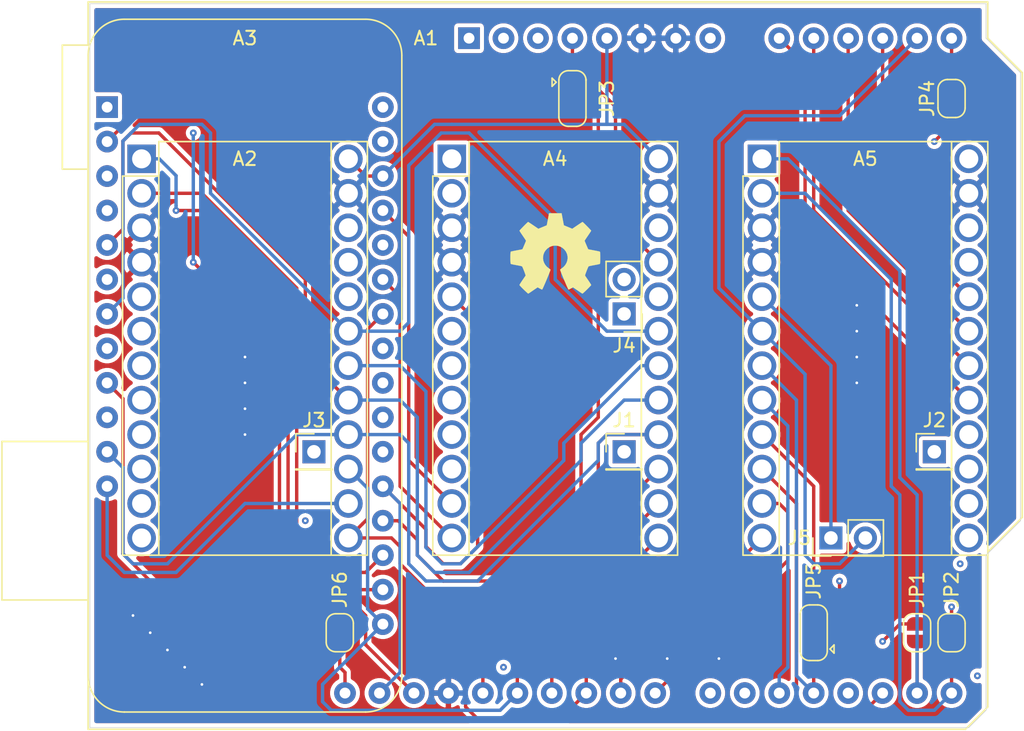
<source format=kicad_pcb>
(kicad_pcb (version 20171130) (host pcbnew 5.1.5)
  (title_block (title ADAPT) (date 2021-03-15) (rev v1.0) (company nerdyscout))
  (layers (0 F.Cu mixed) (1 In1.Cu signal) (2 In2.Cu signal) (31 B.Cu mixed) (34 B.Paste user) (35 F.Paste user) (36 B.SilkS user) (37 F.SilkS user) (38 B.Mask user) (39 F.Mask user) (44 Edge.Cuts user))
  (net 0 "")
  (net 1 GND)
  (net 2 +5V)
  (net 3 ~RST)
  (net 4 CS1)
  (net 5 +3V3)
  (net 6 D8)
  (net 7 INT)
  (net 8 BTN)
  (net 9 PWM)
  (net 10 STAT)
  (net 11 SCK)
  (net 12 SCL)
  (net 13 CIPO)
  (net 14 SDA)
  (net 15 COPI)
  (net 16 CS0)
  (net 17 TXD)
  (net 18 RXD)
  (net 19 AREF)
  (net 20 A3)
  (net 21 A2)
  (net 22 A1)
  (net 23 A0)
  (net 24 "Net-(A3-Pad9)")
  (net 25 "Net-(A3-Pad10)")
  (net 26 SPARE)
  (net 27 "Net-(A3-Pad19)")
  (net 28 "Net-(A3-Pad20)")
  (net 29 "Net-(J1-Pad1)")
  (module Module:Arduino_UNO_R3 (layer F.Cu) (at 86.36 72.39)
    (fp_text reference A1 (at -3.175 0 180) (layer F.SilkS))
    (fp_text value Arduino_UNO_R3)
    (pad 16 thru_hole oval (at 33.02 48.26 90) (size 1.6 1.6) (drill 0.8) (layers *.Cu *.Mask) (net 18 RXD))
    (pad 15 thru_hole oval (at 35.56 48.26 90) (size 1.6 1.6) (drill 0.8) (layers *.Cu *.Mask) (net 17 TXD))
    (pad 30 thru_hole oval (at -4.06 48.26 90) (size 1.6 1.6) (drill 0.8) (layers *.Cu *.Mask) (net 19 AREF))
    (pad 14 thru_hole oval (at 35.56 0 90) (size 1.6 1.6) (drill 0.8) (layers *.Cu *.Mask) (net 14 SDA))
    (pad 29 thru_hole oval (at -1.52 48.26 90) (size 1.6 1.6) (drill 0.8) (layers *.Cu *.Mask) (net 1 GND))
    (pad 13 thru_hole oval (at 33.02 0 90) (size 1.6 1.6) (drill 0.8) (layers *.Cu *.Mask) (net 12 SCL))
    (pad 28 thru_hole oval (at 1.02 48.26 90) (size 1.6 1.6) (drill 0.8) (layers *.Cu *.Mask) (net 11 SCK))
    (pad 12 thru_hole oval (at 30.48 0 90) (size 1.6 1.6) (drill 0.8) (layers *.Cu *.Mask) (net 20 A3))
    (pad 27 thru_hole oval (at 3.56 48.26 90) (size 1.6 1.6) (drill 0.8) (layers *.Cu *.Mask) (net 13 CIPO))
    (pad 11 thru_hole oval (at 27.94 0 90) (size 1.6 1.6) (drill 0.8) (layers *.Cu *.Mask) (net 21 A2))
    (pad 26 thru_hole oval (at 6.1 48.26 90) (size 1.6 1.6) (drill 0.8) (layers *.Cu *.Mask) (net 15 COPI))
    (pad 10 thru_hole oval (at 25.4 0 90) (size 1.6 1.6) (drill 0.8) (layers *.Cu *.Mask) (net 22 A1))
    (pad 25 thru_hole oval (at 8.64 48.26 90) (size 1.6 1.6) (drill 0.8) (layers *.Cu *.Mask) (net 16 CS0))
    (pad 9 thru_hole oval (at 22.86 0 90) (size 1.6 1.6) (drill 0.8) (layers *.Cu *.Mask) (net 23 A0))
    (pad 24 thru_hole oval (at 11.18 48.26 90) (size 1.6 1.6) (drill 0.8) (layers *.Cu *.Mask) (net 4 CS1))
    (pad 8 thru_hole oval (at 17.78 0 90) (size 1.6 1.6) (drill 0.8) (layers *.Cu *.Mask))
    (pad 23 thru_hole oval (at 13.72 48.26 90) (size 1.6 1.6) (drill 0.8) (layers *.Cu *.Mask) (net 6 D8))
    (pad 7 thru_hole oval (at 15.24 0 90) (size 1.6 1.6) (drill 0.8) (layers *.Cu *.Mask) (net 1 GND))
    (pad 22 thru_hole oval (at 17.78 48.26 90) (size 1.6 1.6) (drill 0.8) (layers *.Cu *.Mask))
    (pad 6 thru_hole oval (at 12.7 0 90) (size 1.6 1.6) (drill 0.8) (layers *.Cu *.Mask) (net 1 GND))
    (pad 21 thru_hole oval (at 20.32 48.26 90) (size 1.6 1.6) (drill 0.8) (layers *.Cu *.Mask))
    (pad 5 thru_hole oval (at 10.16 0 90) (size 1.6 1.6) (drill 0.8) (layers *.Cu *.Mask) (net 2 +5V))
    (pad 20 thru_hole oval (at 22.86 48.26 90) (size 1.6 1.6) (drill 0.8) (layers *.Cu *.Mask) (net 9 PWM))
    (pad 4 thru_hole oval (at 7.62 0 90) (size 1.6 1.6) (drill 0.8) (layers *.Cu *.Mask) (net 5 +3V3))
    (pad 19 thru_hole oval (at 25.4 48.26 90) (size 1.6 1.6) (drill 0.8) (layers *.Cu *.Mask) (net 10 STAT))
    (pad 3 thru_hole oval (at 5.08 0 90) (size 1.6 1.6) (drill 0.8) (layers *.Cu *.Mask) (net 3 ~RST))
    (pad 18 thru_hole oval (at 27.94 48.26 90) (size 1.6 1.6) (drill 0.8) (layers *.Cu *.Mask))
    (pad 2 thru_hole oval (at 2.54 0 90) (size 1.6 1.6) (drill 0.8) (layers *.Cu *.Mask))
    (pad 17 thru_hole oval (at 30.48 48.26 90) (size 1.6 1.6) (drill 0.8) (layers *.Cu *.Mask) (net 7 INT))
    (pad 1 thru_hole rect (at 0 0 90) (size 1.6 1.6) (drill 0.8) (layers *.Cu *.Mask))
    (pad 31 thru_hole oval (at -6.6 48.26 90) (size 1.6 1.6) (drill 0.8) (layers *.Cu *.Mask) (net 14 SDA))
    (pad 32 thru_hole oval (at -9.14 48.26 90) (size 1.6 1.6) (drill 0.8) (layers *.Cu *.Mask) (net 12 SCL))
  )
  (module Connector_PinHeader_2.54mm:PinHeader_1x02_P2.54mm_Vertical (layer F.Cu) (at 113.03 109.22 90)
    (fp_text reference J5 (at 0 -2.33 180) (layer F.SilkS))
    (fp_text value Conn_01x02)
    (pad 2 thru_hole oval (at 0 2.54 90) (size 1.7 1.7) (drill 1) (layers *.Cu *.Mask) (net 12 SCL))
    (pad 1 thru_hole rect (at 0 0 90) (size 1.7 1.7) (drill 1) (layers *.Cu *.Mask) (net 14 SDA))
  )
  (module Connector_PinHeader_2.54mm:PinHeader_1x02_P2.54mm_Vertical (layer F.Cu) (at 97.79 92.71 180)
    (fp_text reference J4 (at 0 -2.33) (layer F.SilkS))
    (fp_text value Conn_01x02)
    (pad 2 thru_hole oval (at 0 2.54 180) (size 1.7 1.7) (drill 1) (layers *.Cu *.Mask) (net 12 SCL))
    (pad 1 thru_hole rect (at 0 0 180) (size 1.7 1.7) (drill 1) (layers *.Cu *.Mask) (net 14 SDA))
  )
  (module lib:ProMicro (layer F.Cu) (at 107.95 81.28)
    (fp_text reference A5 (at 7.62 0 180) (layer F.SilkS))
    (fp_text value Sparkfun_Pro_Micro)
    (pad 24 thru_hole circle (at 15.24 0) (size 2.1 2.1) (drill 1.4) (layers *.Cu *.Mask) (net 2 +5V))
    (pad 23 thru_hole circle (at 15.24 2.54) (size 2.1 2.1) (drill 1.4) (layers *.Cu *.Mask) (net 1 GND))
    (pad 22 thru_hole circle (at 15.24 5.08) (size 2.1 2.1) (drill 1.4) (layers *.Cu *.Mask) (net 3 ~RST))
    (pad 12 thru_hole circle (at 0 27.94) (size 2.1 2.1) (drill 1.4) (layers *.Cu *.Mask) (net 4 CS1))
    (pad 21 thru_hole circle (at 15.24 7.62) (size 2.1 2.1) (drill 1.4) (layers *.Cu *.Mask) (net 5 +3V3))
    (pad 11 thru_hole circle (at 0 25.4) (size 2.1 2.1) (drill 1.4) (layers *.Cu *.Mask) (net 6 D8))
    (pad 20 thru_hole circle (at 15.24 10.16) (size 2.1 2.1) (drill 1.4) (layers *.Cu *.Mask) (net 20 A3))
    (pad 10 thru_hole circle (at 0 22.86) (size 2.1 2.1) (drill 1.4) (layers *.Cu *.Mask) (net 7 INT))
    (pad 19 thru_hole circle (at 15.24 12.7) (size 2.1 2.1) (drill 1.4) (layers *.Cu *.Mask) (net 21 A2))
    (pad 9 thru_hole circle (at 0 20.32) (size 2.1 2.1) (drill 1.4) (layers *.Cu *.Mask) (net 8 BTN))
    (pad 18 thru_hole circle (at 15.24 15.24) (size 2.1 2.1) (drill 1.4) (layers *.Cu *.Mask) (net 22 A1))
    (pad 8 thru_hole circle (at 0 17.78) (size 2.1 2.1) (drill 1.4) (layers *.Cu *.Mask) (net 9 PWM))
    (pad 17 thru_hole circle (at 15.24 17.78) (size 2.1 2.1) (drill 1.4) (layers *.Cu *.Mask) (net 23 A0))
    (pad 7 thru_hole circle (at 0 15.24) (size 2.1 2.1) (drill 1.4) (layers *.Cu *.Mask) (net 10 STAT))
    (pad 16 thru_hole circle (at 15.24 20.32) (size 2.1 2.1) (drill 1.4) (layers *.Cu *.Mask) (net 11 SCK))
    (pad 6 thru_hole circle (at 0 12.7) (size 2.1 2.1) (drill 1.4) (layers *.Cu *.Mask) (net 12 SCL))
    (pad 15 thru_hole circle (at 15.24 22.86) (size 2.1 2.1) (drill 1.4) (layers *.Cu *.Mask) (net 13 CIPO))
    (pad 5 thru_hole circle (at 0 10.16) (size 2.1 2.1) (drill 1.4) (layers *.Cu *.Mask) (net 14 SDA))
    (pad 14 thru_hole circle (at 15.24 25.4) (size 2.1 2.1) (drill 1.4) (layers *.Cu *.Mask) (net 15 COPI))
    (pad 4 thru_hole circle (at 0 7.62) (size 2.1 2.1) (drill 1.4) (layers *.Cu *.Mask) (net 1 GND))
    (pad 13 thru_hole circle (at 15.24 27.94) (size 2.1 2.1) (drill 1.4) (layers *.Cu *.Mask) (net 16 CS0))
    (pad 3 thru_hole circle (at 0 5.08) (size 2.1 2.1) (drill 1.4) (layers *.Cu *.Mask) (net 1 GND))
    (pad 2 thru_hole circle (at 0 2.54) (size 2.1 2.1) (drill 1.4) (layers *.Cu *.Mask) (net 17 TXD))
    (pad 1 thru_hole rect (at 0 0) (size 2.1 2.1) (drill 1.4) (layers *.Cu *.Mask) (net 18 RXD))
  )
  (module lib:ProMicro (layer F.Cu) (at 85.09 81.28)
    (fp_text reference A4 (at 7.62 0 180) (layer F.SilkS))
    (fp_text value Sparkfun_Pro_Micro)
    (pad 24 thru_hole circle (at 15.24 0) (size 2.1 2.1) (drill 1.4) (layers *.Cu *.Mask) (net 2 +5V))
    (pad 23 thru_hole circle (at 15.24 2.54) (size 2.1 2.1) (drill 1.4) (layers *.Cu *.Mask) (net 1 GND))
    (pad 22 thru_hole circle (at 15.24 5.08) (size 2.1 2.1) (drill 1.4) (layers *.Cu *.Mask) (net 3 ~RST))
    (pad 12 thru_hole circle (at 0 27.94) (size 2.1 2.1) (drill 1.4) (layers *.Cu *.Mask) (net 4 CS1))
    (pad 21 thru_hole circle (at 15.24 7.62) (size 2.1 2.1) (drill 1.4) (layers *.Cu *.Mask) (net 5 +3V3))
    (pad 11 thru_hole circle (at 0 25.4) (size 2.1 2.1) (drill 1.4) (layers *.Cu *.Mask) (net 6 D8))
    (pad 20 thru_hole circle (at 15.24 10.16) (size 2.1 2.1) (drill 1.4) (layers *.Cu *.Mask) (net 20 A3))
    (pad 10 thru_hole circle (at 0 22.86) (size 2.1 2.1) (drill 1.4) (layers *.Cu *.Mask) (net 7 INT))
    (pad 19 thru_hole circle (at 15.24 12.7) (size 2.1 2.1) (drill 1.4) (layers *.Cu *.Mask) (net 21 A2))
    (pad 9 thru_hole circle (at 0 20.32) (size 2.1 2.1) (drill 1.4) (layers *.Cu *.Mask) (net 8 BTN))
    (pad 18 thru_hole circle (at 15.24 15.24) (size 2.1 2.1) (drill 1.4) (layers *.Cu *.Mask) (net 22 A1))
    (pad 8 thru_hole circle (at 0 17.78) (size 2.1 2.1) (drill 1.4) (layers *.Cu *.Mask) (net 9 PWM))
    (pad 17 thru_hole circle (at 15.24 17.78) (size 2.1 2.1) (drill 1.4) (layers *.Cu *.Mask) (net 23 A0))
    (pad 7 thru_hole circle (at 0 15.24) (size 2.1 2.1) (drill 1.4) (layers *.Cu *.Mask) (net 10 STAT))
    (pad 16 thru_hole circle (at 15.24 20.32) (size 2.1 2.1) (drill 1.4) (layers *.Cu *.Mask) (net 11 SCK))
    (pad 6 thru_hole circle (at 0 12.7) (size 2.1 2.1) (drill 1.4) (layers *.Cu *.Mask) (net 12 SCL))
    (pad 15 thru_hole circle (at 15.24 22.86) (size 2.1 2.1) (drill 1.4) (layers *.Cu *.Mask) (net 13 CIPO))
    (pad 5 thru_hole circle (at 0 10.16) (size 2.1 2.1) (drill 1.4) (layers *.Cu *.Mask) (net 14 SDA))
    (pad 14 thru_hole circle (at 15.24 25.4) (size 2.1 2.1) (drill 1.4) (layers *.Cu *.Mask) (net 15 COPI))
    (pad 4 thru_hole circle (at 0 7.62) (size 2.1 2.1) (drill 1.4) (layers *.Cu *.Mask) (net 1 GND))
    (pad 13 thru_hole circle (at 15.24 27.94) (size 2.1 2.1) (drill 1.4) (layers *.Cu *.Mask) (net 16 CS0))
    (pad 3 thru_hole circle (at 0 5.08) (size 2.1 2.1) (drill 1.4) (layers *.Cu *.Mask) (net 1 GND))
    (pad 2 thru_hole circle (at 0 2.54) (size 2.1 2.1) (drill 1.4) (layers *.Cu *.Mask) (net 17 TXD))
    (pad 1 thru_hole rect (at 0 0) (size 2.1 2.1) (drill 1.4) (layers *.Cu *.Mask) (net 18 RXD))
  )
  (module lib:ProMicro (layer F.Cu) (at 62.23 81.28)
    (fp_text reference A2 (at 7.62 0 180) (layer F.SilkS))
    (fp_text value Sparkfun_Pro_Micro)
    (pad 24 thru_hole circle (at 15.24 0) (size 2.1 2.1) (drill 1.4) (layers *.Cu *.Mask) (net 2 +5V))
    (pad 23 thru_hole circle (at 15.24 2.54) (size 2.1 2.1) (drill 1.4) (layers *.Cu *.Mask) (net 1 GND))
    (pad 22 thru_hole circle (at 15.24 5.08) (size 2.1 2.1) (drill 1.4) (layers *.Cu *.Mask) (net 3 ~RST))
    (pad 12 thru_hole circle (at 0 27.94) (size 2.1 2.1) (drill 1.4) (layers *.Cu *.Mask) (net 4 CS1))
    (pad 21 thru_hole circle (at 15.24 7.62) (size 2.1 2.1) (drill 1.4) (layers *.Cu *.Mask) (net 5 +3V3))
    (pad 11 thru_hole circle (at 0 25.4) (size 2.1 2.1) (drill 1.4) (layers *.Cu *.Mask) (net 6 D8))
    (pad 20 thru_hole circle (at 15.24 10.16) (size 2.1 2.1) (drill 1.4) (layers *.Cu *.Mask) (net 20 A3))
    (pad 10 thru_hole circle (at 0 22.86) (size 2.1 2.1) (drill 1.4) (layers *.Cu *.Mask) (net 7 INT))
    (pad 19 thru_hole circle (at 15.24 12.7) (size 2.1 2.1) (drill 1.4) (layers *.Cu *.Mask) (net 21 A2))
    (pad 9 thru_hole circle (at 0 20.32) (size 2.1 2.1) (drill 1.4) (layers *.Cu *.Mask) (net 8 BTN))
    (pad 18 thru_hole circle (at 15.24 15.24) (size 2.1 2.1) (drill 1.4) (layers *.Cu *.Mask) (net 22 A1))
    (pad 8 thru_hole circle (at 0 17.78) (size 2.1 2.1) (drill 1.4) (layers *.Cu *.Mask) (net 9 PWM))
    (pad 17 thru_hole circle (at 15.24 17.78) (size 2.1 2.1) (drill 1.4) (layers *.Cu *.Mask) (net 23 A0))
    (pad 7 thru_hole circle (at 0 15.24) (size 2.1 2.1) (drill 1.4) (layers *.Cu *.Mask) (net 10 STAT))
    (pad 16 thru_hole circle (at 15.24 20.32) (size 2.1 2.1) (drill 1.4) (layers *.Cu *.Mask) (net 11 SCK))
    (pad 6 thru_hole circle (at 0 12.7) (size 2.1 2.1) (drill 1.4) (layers *.Cu *.Mask) (net 12 SCL))
    (pad 15 thru_hole circle (at 15.24 22.86) (size 2.1 2.1) (drill 1.4) (layers *.Cu *.Mask) (net 13 CIPO))
    (pad 5 thru_hole circle (at 0 10.16) (size 2.1 2.1) (drill 1.4) (layers *.Cu *.Mask) (net 14 SDA))
    (pad 14 thru_hole circle (at 15.24 25.4) (size 2.1 2.1) (drill 1.4) (layers *.Cu *.Mask) (net 15 COPI))
    (pad 4 thru_hole circle (at 0 7.62) (size 2.1 2.1) (drill 1.4) (layers *.Cu *.Mask) (net 1 GND))
    (pad 13 thru_hole circle (at 15.24 27.94) (size 2.1 2.1) (drill 1.4) (layers *.Cu *.Mask) (net 16 CS0))
    (pad 3 thru_hole circle (at 0 5.08) (size 2.1 2.1) (drill 1.4) (layers *.Cu *.Mask) (net 1 GND))
    (pad 2 thru_hole circle (at 0 2.54) (size 2.1 2.1) (drill 1.4) (layers *.Cu *.Mask) (net 17 TXD))
    (pad 1 thru_hole rect (at 0 0) (size 2.1 2.1) (drill 1.4) (layers *.Cu *.Mask) (net 18 RXD))
  )
  (module Jumper:SolderJumper-2_P1.3mm_Open_RoundedPad1.0x1.5mm (layer F.Cu) (at 76.835 116.205 270)
    (fp_text reference JP6 (at -3.175 0 90) (layer F.SilkS))
    (fp_text value SolderJumper_2_Open)
    (pad 2 smd custom (at 0.65 0 270) (size 1 0.5) (layers F.Cu F.Mask) (net 12 SCL) (options (clearance outline) (anchor rect)) (primitives (gr_circle (center 0 0.25) (end 0.5 0.25) (width 0)) (gr_circle (center 0 -0.25) (end 0.5 -0.25) (width 0)) (gr_poly (pts (xy 0 -0.75) (xy -0.5 -0.75) (xy -0.5 0.75) (xy 0 0.75)) (width 0))))
    (pad 1 smd custom (at -0.65 0 270) (size 1 0.5) (layers F.Cu F.Mask) (net 24 "Net-(A3-Pad9)") (options (clearance outline) (anchor rect)) (primitives (gr_circle (center 0 0.25) (end 0.5 0.25) (width 0)) (gr_circle (center 0 -0.25) (end 0.5 -0.25) (width 0)) (gr_poly (pts (xy 0 -0.75) (xy 0.5 -0.75) (xy 0.5 0.75) (xy 0 0.75)) (width 0))))
  )
  (module Jumper:SolderJumper-3_P1.3mm_Open_RoundedPad1.0x1.5mm (layer F.Cu) (at 111.76 116.205 90)
    (fp_text reference JP5 (at 3.81 0 90) (layer F.SilkS))
    (fp_text value SolderJumper_3_Open)
    (pad 2 smd rect (at 0 0 90) (size 1 1.5) (layers F.Cu F.Mask) (net 23 A0))
    (pad 3 smd custom (at 1.3 0 90) (size 1 0.5) (layers F.Cu F.Mask) (net 8 BTN) (options (clearance outline) (anchor rect)) (primitives (gr_circle (center 0 0.25) (end 0.5 0.25) (width 0)) (gr_circle (center 0 -0.25) (end 0.5 -0.25) (width 0)) (gr_poly (pts (xy -0.55 -0.75) (xy 0 -0.75) (xy 0 0.75) (xy -0.55 0.75)) (width 0))))
    (pad 1 smd custom (at -1.3 0 90) (size 1 0.5) (layers F.Cu F.Mask) (net 10 STAT) (options (clearance outline) (anchor rect)) (primitives (gr_circle (center 0 0.25) (end 0.5 0.25) (width 0)) (gr_circle (center 0 -0.25) (end 0.5 -0.25) (width 0)) (gr_poly (pts (xy 0.55 -0.75) (xy 0 -0.75) (xy 0 0.75) (xy 0.55 0.75)) (width 0))))
  )
  (module Jumper:SolderJumper-2_P1.3mm_Open_RoundedPad1.0x1.5mm (layer F.Cu) (at 121.92 76.835 90)
    (fp_text reference JP4 (at 0 -1.8 90) (layer F.SilkS))
    (fp_text value SolderJumper_2_Open)
    (pad 2 smd custom (at 0.65 0 90) (size 1 0.5) (layers F.Cu F.Mask) (net 14 SDA) (options (clearance outline) (anchor rect)) (primitives (gr_circle (center 0 0.25) (end 0.5 0.25) (width 0)) (gr_circle (center 0 -0.25) (end 0.5 -0.25) (width 0)) (gr_poly (pts (xy 0 -0.75) (xy -0.5 -0.75) (xy -0.5 0.75) (xy 0 0.75)) (width 0))))
    (pad 1 smd custom (at -0.65 0 90) (size 1 0.5) (layers F.Cu F.Mask) (net 25 "Net-(A3-Pad10)") (options (clearance outline) (anchor rect)) (primitives (gr_circle (center 0 0.25) (end 0.5 0.25) (width 0)) (gr_circle (center 0 -0.25) (end 0.5 -0.25) (width 0)) (gr_poly (pts (xy 0 -0.75) (xy 0.5 -0.75) (xy 0.5 0.75) (xy 0 0.75)) (width 0))))
  )
  (module Jumper:SolderJumper-3_P1.3mm_Open_RoundedPad1.0x1.5mm (layer F.Cu) (at 93.98 76.835 270)
    (fp_text reference JP3 (at 0 -2.54 90) (layer F.SilkS))
    (fp_text value SolderJumper_3_Open)
    (pad 2 smd rect (at 0 0 270) (size 1 1.5) (layers F.Cu F.Mask) (net 26 SPARE))
    (pad 3 smd custom (at 1.3 0 270) (size 1 0.5) (layers F.Cu F.Mask) (net 1 GND) (options (clearance outline) (anchor rect)) (primitives (gr_circle (center 0 0.25) (end 0.5 0.25) (width 0)) (gr_circle (center 0 -0.25) (end 0.5 -0.25) (width 0)) (gr_poly (pts (xy -0.55 -0.75) (xy 0 -0.75) (xy 0 0.75) (xy -0.55 0.75)) (width 0))))
    (pad 1 smd custom (at -1.3 0 270) (size 1 0.5) (layers F.Cu F.Mask) (net 5 +3V3) (options (clearance outline) (anchor rect)) (primitives (gr_circle (center 0 0.25) (end 0.5 0.25) (width 0)) (gr_circle (center 0 -0.25) (end 0.5 -0.25) (width 0)) (gr_poly (pts (xy 0.55 -0.75) (xy 0 -0.75) (xy 0 0.75) (xy 0.55 0.75)) (width 0))))
  )
  (module Jumper:SolderJumper-2_P1.3mm_Open_RoundedPad1.0x1.5mm (layer F.Cu) (at 121.92 116.205 90)
    (fp_text reference JP2 (at 3.175 0 90) (layer F.SilkS))
    (fp_text value SolderJumper_2_Open)
    (pad 2 smd custom (at 0.65 0 90) (size 1 0.5) (layers F.Cu F.Mask) (net 28 "Net-(A3-Pad20)") (options (clearance outline) (anchor rect)) (primitives (gr_circle (center 0 0.25) (end 0.5 0.25) (width 0)) (gr_circle (center 0 -0.25) (end 0.5 -0.25) (width 0)) (gr_poly (pts (xy 0 -0.75) (xy -0.5 -0.75) (xy -0.5 0.75) (xy 0 0.75)) (width 0))))
    (pad 1 smd custom (at -0.65 0 90) (size 1 0.5) (layers F.Cu F.Mask) (net 17 TXD) (options (clearance outline) (anchor rect)) (primitives (gr_circle (center 0 0.25) (end 0.5 0.25) (width 0)) (gr_circle (center 0 -0.25) (end 0.5 -0.25) (width 0)) (gr_poly (pts (xy 0 -0.75) (xy 0.5 -0.75) (xy 0.5 0.75) (xy 0 0.75)) (width 0))))
  )
  (module Jumper:SolderJumper-2_P1.3mm_Open_RoundedPad1.0x1.5mm (layer F.Cu) (at 119.38 116.205 90)
    (fp_text reference JP1 (at 3.175 0 90) (layer F.SilkS))
    (fp_text value SolderJumper_2_Open)
    (pad 2 smd custom (at 0.65 0 90) (size 1 0.5) (layers F.Cu F.Mask) (net 27 "Net-(A3-Pad19)") (options (clearance outline) (anchor rect)) (primitives (gr_circle (center 0 0.25) (end 0.5 0.25) (width 0)) (gr_circle (center 0 -0.25) (end 0.5 -0.25) (width 0)) (gr_poly (pts (xy 0 -0.75) (xy -0.5 -0.75) (xy -0.5 0.75) (xy 0 0.75)) (width 0))))
    (pad 1 smd custom (at -0.65 0 90) (size 1 0.5) (layers F.Cu F.Mask) (net 18 RXD) (options (clearance outline) (anchor rect)) (primitives (gr_circle (center 0 0.25) (end 0.5 0.25) (width 0)) (gr_circle (center 0 -0.25) (end 0.5 -0.25) (width 0)) (gr_poly (pts (xy 0 -0.75) (xy 0.5 -0.75) (xy 0.5 0.75) (xy 0 0.75)) (width 0))))
  )
  (module Connector_PinHeader_2.54mm:PinHeader_1x01_P2.54mm_Vertical (layer F.Cu) (at 74.93 102.87)
    (fp_text reference J3 (at 0 -2.33) (layer F.SilkS))
    (fp_text value VBAT)
    (pad 1 thru_hole rect (at 0 0) (size 1.7 1.7) (drill 1) (layers *.Cu *.Mask) (net 29 "Net-(J1-Pad1)"))
  )
  (module Connector_PinHeader_2.54mm:PinHeader_1x01_P2.54mm_Vertical (layer F.Cu) (at 120.65 102.87)
    (fp_text reference J2 (at 0 -2.33) (layer F.SilkS))
    (fp_text value VBAT)
    (pad 1 thru_hole rect (at 0 0) (size 1.7 1.7) (drill 1) (layers *.Cu *.Mask) (net 29 "Net-(J1-Pad1)"))
  )
  (module Connector_PinHeader_2.54mm:PinHeader_1x01_P2.54mm_Vertical (layer F.Cu) (at 97.79 102.87)
    (fp_text reference J1 (at 0 -2.33) (layer F.SilkS))
    (fp_text value VBAT)
    (pad 1 thru_hole rect (at 0 0) (size 1.7 1.7) (drill 1) (layers *.Cu *.Mask) (net 29 "Net-(J1-Pad1)"))
  )
  (module Module:Adafruit_Feather (layer F.Cu) (at 59.69 77.47)
    (fp_text reference A3 (at 10.16 -5.08 180) (layer F.SilkS))
    (fp_text value Adafruit_Feather_Generic)
    (pad 1 thru_hole rect (at 0 0) (size 1.6 1.6) (drill 0.8) (layers *.Cu *.Mask) (net 3 ~RST))
    (pad 2 thru_hole circle (at 0 2.54) (size 1.6 1.6) (drill 0.8) (layers *.Cu *.Mask) (net 5 +3V3))
    (pad 3 thru_hole circle (at 0 5.08) (size 1.6 1.6) (drill 0.8) (layers *.Cu *.Mask) (net 19 AREF))
    (pad 4 thru_hole circle (at 0 7.62) (size 1.6 1.6) (drill 0.8) (layers *.Cu *.Mask) (net 1 GND))
    (pad 5 thru_hole circle (at 0 10.16) (size 1.6 1.6) (drill 0.8) (layers *.Cu *.Mask) (net 23 A0))
    (pad 6 thru_hole circle (at 0 12.7) (size 1.6 1.6) (drill 0.8) (layers *.Cu *.Mask) (net 22 A1))
    (pad 7 thru_hole circle (at 0 15.24) (size 1.6 1.6) (drill 0.8) (layers *.Cu *.Mask) (net 21 A2))
    (pad 8 thru_hole circle (at 0 17.78) (size 1.6 1.6) (drill 0.8) (layers *.Cu *.Mask) (net 20 A3))
    (pad 9 thru_hole circle (at 0 20.32) (size 1.6 1.6) (drill 0.8) (layers *.Cu *.Mask) (net 24 "Net-(A3-Pad9)"))
    (pad 10 thru_hole circle (at 0 22.86) (size 1.6 1.6) (drill 0.8) (layers *.Cu *.Mask) (net 25 "Net-(A3-Pad10)"))
    (pad 11 thru_hole circle (at 0 25.4) (size 1.6 1.6) (drill 0.8) (layers *.Cu *.Mask) (net 11 SCK))
    (pad 12 thru_hole circle (at 0 27.94) (size 1.6 1.6) (drill 0.8) (layers *.Cu *.Mask) (net 15 COPI))
    (pad 13 thru_hole circle (at 20.32 38.1) (size 1.6 1.6) (drill 0.8) (layers *.Cu *.Mask) (net 13 CIPO))
    (pad 14 thru_hole circle (at 20.32 35.56) (size 1.6 1.6) (drill 0.8) (layers *.Cu *.Mask) (net 18 RXD))
    (pad 15 thru_hole circle (at 20.32 33.02) (size 1.6 1.6) (drill 0.8) (layers *.Cu *.Mask) (net 17 TXD))
    (pad 16 thru_hole circle (at 20.32 30.48) (size 1.6 1.6) (drill 0.8) (layers *.Cu *.Mask) (net 26 SPARE))
    (pad 17 thru_hole circle (at 20.32 27.94) (size 1.6 1.6) (drill 0.8) (layers *.Cu *.Mask) (net 14 SDA))
    (pad 18 thru_hole circle (at 20.32 25.4) (size 1.6 1.6) (drill 0.8) (layers *.Cu *.Mask) (net 12 SCL))
    (pad 19 thru_hole circle (at 20.32 22.86) (size 1.6 1.6) (drill 0.8) (layers *.Cu *.Mask) (net 27 "Net-(A3-Pad19)"))
    (pad 20 thru_hole circle (at 20.32 20.32) (size 1.6 1.6) (drill 0.8) (layers *.Cu *.Mask) (net 28 "Net-(A3-Pad20)"))
    (pad 21 thru_hole circle (at 20.32 17.78) (size 1.6 1.6) (drill 0.8) (layers *.Cu *.Mask) (net 7 INT))
    (pad 22 thru_hole circle (at 20.32 15.24) (size 1.6 1.6) (drill 0.8) (layers *.Cu *.Mask) (net 16 CS0))
    (pad 23 thru_hole circle (at 20.32 12.7) (size 1.6 1.6) (drill 0.8) (layers *.Cu *.Mask) (net 4 CS1))
    (pad 24 thru_hole circle (at 20.32 10.16) (size 1.6 1.6) (drill 0.8) (layers *.Cu *.Mask) (net 9 PWM))
    (pad 25 thru_hole circle (at 20.32 7.62) (size 1.6 1.6) (drill 0.8) (layers *.Cu *.Mask) (net 6 D8))
    (pad 26 thru_hole circle (at 20.32 5.08) (size 1.6 1.6) (drill 0.8) (layers *.Cu *.Mask) (net 2 +5V))
    (pad 27 thru_hole circle (at 20.32 2.54) (size 1.6 1.6) (drill 0.8) (layers *.Cu *.Mask))
    (pad 28 thru_hole circle (at 20.32 0) (size 1.6 1.6) (drill 0.8) (layers *.Cu *.Mask))
  )
  (module Symbol:OSHW-Symbol_6.7x6mm_SilkScreen (layer F.Cu) (at 92.71 88.265)
    (fp_text reference LOGO1 hide)
    (fp_text value Logo_Open_Hardware_Small hide)
  )
  (gr_line (start 58.42 69.85) (end 58.42 123.19) (layer Edge.Cuts) (width 0.05))
  (gr_line (start 124.46 69.85) (end 58.42 69.85) (layer Edge.Cuts) (width 0.05))
  (gr_line (start 124.46 72.39) (end 124.46 69.85) (layer Edge.Cuts) (width 0.05))
  (gr_line (start 127 74.93) (end 124.46 72.39) (layer Edge.Cuts) (width 0.05))
  (gr_line (start 127 107.95) (end 127 74.93) (layer Edge.Cuts) (width 0.05))
  (gr_line (start 124.46 110.49) (end 127 107.95) (layer Edge.Cuts) (width 0.05))
  (gr_line (start 124.46 121.92) (end 124.46 110.49) (layer Edge.Cuts) (width 0.05))
  (gr_line (start 123.19 123.19) (end 124.46 121.92) (layer Edge.Cuts) (width 0.05))
  (gr_line (start 58.42 123.19) (end 123.19 123.19) (layer Edge.Cuts) (width 0.05))
  (via (at 69.85 101.6) (size 0.5) (drill 0.2) (layers F.Cu B.Cu) (net 1))
  (via (at 69.85 99.695) (size 0.5) (drill 0.2) (layers F.Cu B.Cu) (net 1))
  (via (at 69.85 97.79) (size 0.5) (drill 0.2) (layers F.Cu B.Cu) (net 1))
  (via (at 69.85 95.885) (size 0.5) (drill 0.2) (layers F.Cu B.Cu) (net 1))
  (via (at 114.935 97.79) (size 0.5) (drill 0.2) (layers F.Cu B.Cu) (net 1))
  (via (at 114.935 95.885) (size 0.5) (drill 0.2) (layers F.Cu B.Cu) (net 1))
  (via (at 114.935 93.98) (size 0.5) (drill 0.2) (layers F.Cu B.Cu) (net 1))
  (via (at 114.935 92.075) (size 0.5) (drill 0.2) (layers F.Cu B.Cu) (net 1))
  (via (at 97.155 118.11) (size 0.5) (drill 0.2) (layers F.Cu B.Cu) (net 1))
  (via (at 100.965 118.11) (size 0.5) (drill 0.2) (layers F.Cu B.Cu) (net 1))
  (via (at 104.775 118.11) (size 0.5) (drill 0.2) (layers F.Cu B.Cu) (net 1))
  (via (at 61.595 114.935) (size 0.5) (drill 0.2) (layers F.Cu B.Cu) (net 1))
  (via (at 62.865 116.205) (size 0.5) (drill 0.2) (layers F.Cu B.Cu) (net 1))
  (via (at 64.135 117.475) (size 0.5) (drill 0.2) (layers F.Cu B.Cu) (net 1))
  (via (at 65.405 118.745) (size 0.5) (drill 0.2) (layers F.Cu B.Cu) (net 1))
  (via (at 66.675 120.015) (size 0.5) (drill 0.2) (layers F.Cu B.Cu) (net 1))
  (segment (start 78.74 82.55) (end 77.47 81.28) (width 0.25) (layer F.Cu) (net 2))
  (segment (start 80.01 82.55) (end 78.74 82.55) (width 0.25) (layer F.Cu) (net 2))
  (segment (start 97.79 78.74) (end 99.06 80.01) (width 0.25) (layer B.Cu) (net 2))
  (segment (start 99.06 80.01) (end 100.33 81.28) (width 0.25) (layer B.Cu) (net 2))
  (segment (start 96.52 72.39) (end 96.52 78.74) (width 0.25) (layer B.Cu) (net 2))
  (segment (start 97.79 78.74) (end 96.52 78.74) (width 0.25) (layer B.Cu) (net 2))
  (segment (start 83.82 78.74) (end 85.09 78.74) (width 0.25) (layer B.Cu) (net 2))
  (segment (start 80.01 82.55) (end 83.82 78.74) (width 0.25) (layer B.Cu) (net 2))
  (segment (start 96.52 78.74) (end 85.09 78.74) (width 0.25) (layer B.Cu) (net 2))
  (segment (start 97.54 119.63) (end 107.95 109.22) (width 0.25) (layer F.Cu) (net 4))
  (segment (start 97.54 120.65) (end 97.54 119.63) (width 0.25) (layer F.Cu) (net 4))
  (segment (start 80.809999 90.969999) (end 80.01 90.17) (width 0.25) (layer F.Cu) (net 4))
  (segment (start 81.28 91.44) (end 80.809999 90.969999) (width 0.25) (layer F.Cu) (net 4))
  (segment (start 81.28 105.41) (end 81.28 91.44) (width 0.25) (layer F.Cu) (net 4))
  (segment (start 85.09 109.22) (end 81.28 105.41) (width 0.25) (layer F.Cu) (net 4))
  (segment (start 92.74 74.295) (end 93.98 74.295) (width 0.25) (layer F.Cu) (net 5))
  (segment (start 65.405 74.295) (end 92.74 74.295) (width 0.25) (layer F.Cu) (net 5))
  (segment (start 93.98 74.295) (end 93.98 72.39) (width 0.25) (layer F.Cu) (net 5))
  (segment (start 59.69 80.01) (end 65.405 74.295) (width 0.25) (layer F.Cu) (net 5))
  (segment (start 93.98 75.535) (end 93.98 74.295) (width 0.25) (layer F.Cu) (net 5))
  (segment (start 97.155 85.725) (end 100.33 88.9) (width 0.25) (layer F.Cu) (net 5))
  (segment (start 95.255648 75.535) (end 97.155 77.434352) (width 0.25) (layer F.Cu) (net 5))
  (segment (start 97.155 77.434352) (end 97.155 85.725) (width 0.25) (layer F.Cu) (net 5))
  (segment (start 93.98 75.535) (end 95.255648 75.535) (width 0.25) (layer F.Cu) (net 5))
  (segment (start 109.22 106.68) (end 107.95 106.68) (width 0.25) (layer F.Cu) (net 6))
  (segment (start 109.855 107.315) (end 109.22 106.68) (width 0.25) (layer F.Cu) (net 6))
  (segment (start 109.855 110.875) (end 109.855 107.315) (width 0.25) (layer F.Cu) (net 6))
  (segment (start 100.08 120.65) (end 109.855 110.875) (width 0.25) (layer F.Cu) (net 6))
  (segment (start 81.915 86.995) (end 80.01 85.09) (width 0.25) (layer F.Cu) (net 6))
  (segment (start 81.915 103.505) (end 81.915 86.995) (width 0.25) (layer F.Cu) (net 6))
  (segment (start 85.09 106.68) (end 81.915 103.505) (width 0.25) (layer F.Cu) (net 6))
  (segment (start 110.49 121.285) (end 110.49 106.68) (width 0.25) (layer F.Cu) (net 7))
  (segment (start 110.49 106.68) (end 107.95 104.14) (width 0.25) (layer F.Cu) (net 7))
  (segment (start 111.125 121.92) (end 110.49 121.285) (width 0.25) (layer F.Cu) (net 7))
  (segment (start 115.57 121.92) (end 111.125 121.92) (width 0.25) (layer F.Cu) (net 7))
  (segment (start 116.84 120.65) (end 115.57 121.92) (width 0.25) (layer F.Cu) (net 7))
  (segment (start 111.76 105.41) (end 107.95 101.6) (width 0.25) (layer F.Cu) (net 8))
  (segment (start 111.76 114.905) (end 111.76 105.41) (width 0.25) (layer F.Cu) (net 8))
  (segment (start 108.999999 100.109999) (end 107.95 99.06) (width 0.25) (layer B.Cu) (net 9))
  (segment (start 109.855 118.745) (end 109.855 100.965) (width 0.25) (layer B.Cu) (net 9))
  (segment (start 109.855 100.965) (end 108.999999 100.109999) (width 0.25) (layer B.Cu) (net 9))
  (segment (start 109.22 119.38) (end 109.855 118.745) (width 0.25) (layer B.Cu) (net 9))
  (segment (start 109.22 120.65) (end 109.22 119.38) (width 0.25) (layer B.Cu) (net 9))
  (segment (start 111.76 117.505) (end 111.76 120.65) (width 0.25) (layer F.Cu) (net 10))
  (segment (start 110.49 99.06) (end 107.95 96.52) (width 0.25) (layer B.Cu) (net 10))
  (segment (start 110.49 119.38) (end 110.49 99.06) (width 0.25) (layer B.Cu) (net 10))
  (segment (start 111.76 120.65) (end 110.49 119.38) (width 0.25) (layer B.Cu) (net 10))
  (segment (start 81.28 101.6) (end 77.47 101.6) (width 0.25) (layer B.Cu) (net 11))
  (segment (start 81.915 102.235) (end 81.28 101.6) (width 0.25) (layer B.Cu) (net 11))
  (segment (start 81.915 111.125) (end 81.915 102.235) (width 0.25) (layer B.Cu) (net 11))
  (segment (start 83.185 112.395) (end 81.915 111.125) (width 0.25) (layer B.Cu) (net 11))
  (segment (start 86.995 112.395) (end 83.185 112.395) (width 0.25) (layer B.Cu) (net 11))
  (segment (start 95.885 103.505) (end 86.995 112.395) (width 0.25) (layer B.Cu) (net 11))
  (segment (start 95.885 102.235) (end 95.885 103.505) (width 0.25) (layer B.Cu) (net 11))
  (segment (start 96.52 101.6) (end 95.885 102.235) (width 0.25) (layer B.Cu) (net 11))
  (segment (start 100.33 101.6) (end 96.52 101.6) (width 0.25) (layer B.Cu) (net 11))
  (segment (start 87.38 115.185) (end 87.38 120.65) (width 0.25) (layer F.Cu) (net 11))
  (segment (start 95.885 106.68) (end 87.38 115.185) (width 0.25) (layer F.Cu) (net 11))
  (segment (start 95.885 102.235) (end 95.885 106.68) (width 0.25) (layer F.Cu) (net 11))
  (segment (start 96.52 101.6) (end 95.885 102.235) (width 0.25) (layer F.Cu) (net 11))
  (segment (start 100.33 101.6) (end 96.52 101.6) (width 0.25) (layer F.Cu) (net 11))
  (segment (start 60.854999 104.034999) (end 60.489999 103.669999) (width 0.25) (layer B.Cu) (net 11))
  (segment (start 61.595 111.125) (end 60.854999 110.384999) (width 0.25) (layer B.Cu) (net 11))
  (segment (start 64.135 111.125) (end 61.595 111.125) (width 0.25) (layer B.Cu) (net 11))
  (segment (start 60.854999 110.384999) (end 60.854999 104.034999) (width 0.25) (layer B.Cu) (net 11))
  (segment (start 73.66 101.6) (end 64.135 111.125) (width 0.25) (layer B.Cu) (net 11))
  (segment (start 60.489999 103.669999) (end 59.69 102.87) (width 0.25) (layer B.Cu) (net 11))
  (segment (start 77.47 101.6) (end 73.66 101.6) (width 0.25) (layer B.Cu) (net 11))
  (segment (start 77.22 120.65) (end 77.22 119.13) (width 0.25) (layer F.Cu) (net 12))
  (segment (start 76.835 118.745) (end 76.835 116.855) (width 0.25) (layer F.Cu) (net 12))
  (segment (start 77.22 119.13) (end 76.835 118.745) (width 0.25) (layer F.Cu) (net 12))
  (segment (start 106.68 78.105) (end 113.665 78.105) (width 0.25) (layer B.Cu) (net 12))
  (segment (start 113.665 78.105) (end 119.38 72.39) (width 0.25) (layer B.Cu) (net 12))
  (segment (start 104.775 80.01) (end 106.68 78.105) (width 0.25) (layer B.Cu) (net 12))
  (segment (start 104.775 90.805) (end 104.775 80.01) (width 0.25) (layer B.Cu) (net 12))
  (segment (start 107.95 93.98) (end 104.775 90.805) (width 0.25) (layer B.Cu) (net 12))
  (segment (start 115.57 109.22) (end 113.665 111.125) (width 0.25) (layer B.Cu) (net 12))
  (segment (start 113.665 111.125) (end 111.76 111.125) (width 0.25) (layer B.Cu) (net 12))
  (segment (start 111.76 111.125) (end 111.125 110.49) (width 0.25) (layer B.Cu) (net 12))
  (segment (start 111.125 97.155) (end 107.95 93.98) (width 0.25) (layer B.Cu) (net 12))
  (segment (start 111.125 110.49) (end 111.125 97.155) (width 0.25) (layer B.Cu) (net 12))
  (via (at 74.295 107.95) (size 0.5) (drill 0.2) (layers F.Cu B.Cu) (net 12))
  (segment (start 89.92 114.55) (end 100.33 104.14) (width 0.25) (layer F.Cu) (net 13))
  (segment (start 89.92 120.65) (end 89.92 114.55) (width 0.25) (layer F.Cu) (net 13))
  (segment (start 79.210001 114.770001) (end 80.01 115.57) (width 0.25) (layer B.Cu) (net 13))
  (segment (start 78.884999 114.444999) (end 79.210001 114.770001) (width 0.25) (layer B.Cu) (net 13))
  (segment (start 78.884999 105.554999) (end 78.884999 114.444999) (width 0.25) (layer B.Cu) (net 13))
  (segment (start 77.47 104.14) (end 78.884999 105.554999) (width 0.25) (layer B.Cu) (net 13))
  (segment (start 88.65 121.92) (end 89.92 120.65) (width 0.25) (layer B.Cu) (net 13))
  (segment (start 80.01 115.57) (end 75.565 120.015) (width 0.25) (layer B.Cu) (net 13))
  (segment (start 76.2 121.92) (end 75.565 121.285) (width 0.25) (layer B.Cu) (net 13))
  (segment (start 75.565 120.015) (end 75.565 121.285) (width 0.25) (layer B.Cu) (net 13))
  (segment (start 76.2 121.92) (end 88.65 121.92) (width 0.25) (layer B.Cu) (net 13))
  (segment (start 121.92 76.185) (end 121.92 72.39) (width 0.25) (layer F.Cu) (net 14))
  (segment (start 80.559999 119.850001) (end 79.76 120.65) (width 0.25) (layer B.Cu) (net 14))
  (segment (start 81.28 119.13) (end 80.559999 119.850001) (width 0.25) (layer B.Cu) (net 14))
  (segment (start 81.28 106.68) (end 81.28 119.13) (width 0.25) (layer B.Cu) (net 14))
  (segment (start 80.01 105.41) (end 81.28 106.68) (width 0.25) (layer B.Cu) (net 14))
  (segment (start 113.03 96.52) (end 107.95 91.44) (width 0.25) (layer B.Cu) (net 14))
  (segment (start 113.03 109.22) (end 113.03 96.52) (width 0.25) (layer B.Cu) (net 14))
  (segment (start 86.995 93.345) (end 85.09 91.44) (width 0.25) (layer F.Cu) (net 14))
  (segment (start 86.995 109.855) (end 86.995 93.345) (width 0.25) (layer F.Cu) (net 14))
  (segment (start 85.725 111.125) (end 86.995 109.855) (width 0.25) (layer F.Cu) (net 14))
  (segment (start 84.455 111.125) (end 85.725 111.125) (width 0.25) (layer F.Cu) (net 14))
  (segment (start 83.185 109.855) (end 84.455 111.125) (width 0.25) (layer F.Cu) (net 14))
  (segment (start 83.185 108.585) (end 83.185 109.855) (width 0.25) (layer F.Cu) (net 14))
  (segment (start 80.01 105.41) (end 83.185 108.585) (width 0.25) (layer F.Cu) (net 14))
  (segment (start 92.46 114.55) (end 100.33 106.68) (width 0.25) (layer F.Cu) (net 15))
  (segment (start 92.46 120.65) (end 92.46 114.55) (width 0.25) (layer F.Cu) (net 15))
  (segment (start 59.69 110.49) (end 59.69 106.54137) (width 0.25) (layer B.Cu) (net 15))
  (segment (start 60.96 111.76) (end 59.69 110.49) (width 0.25) (layer B.Cu) (net 15))
  (segment (start 59.69 106.54137) (end 59.69 105.41) (width 0.25) (layer B.Cu) (net 15))
  (segment (start 69.85 106.68) (end 64.77 111.76) (width 0.25) (layer B.Cu) (net 15))
  (segment (start 77.47 106.68) (end 69.85 106.68) (width 0.25) (layer B.Cu) (net 15))
  (segment (start 64.77 111.76) (end 60.96 111.76) (width 0.25) (layer B.Cu) (net 15))
  (segment (start 78.519999 108.170001) (end 77.47 109.22) (width 0.25) (layer F.Cu) (net 16))
  (segment (start 78.884999 107.805001) (end 78.519999 108.170001) (width 0.25) (layer F.Cu) (net 16))
  (segment (start 78.884999 93.835001) (end 78.884999 107.805001) (width 0.25) (layer F.Cu) (net 16))
  (segment (start 80.01 92.71) (end 78.884999 93.835001) (width 0.25) (layer F.Cu) (net 16))
  (segment (start 93.095 122.555) (end 94.200001 121.449999) (width 0.25) (layer F.Cu) (net 16))
  (segment (start 86.106 121.666) (end 86.995 122.555) (width 0.25) (layer F.Cu) (net 16))
  (segment (start 86.106 115.951) (end 86.106 121.666) (width 0.25) (layer F.Cu) (net 16))
  (segment (start 81.28 109.85641) (end 81.28 111.125) (width 0.25) (layer F.Cu) (net 16))
  (segment (start 81.28 111.125) (end 86.106 115.951) (width 0.25) (layer F.Cu) (net 16))
  (segment (start 80.64359 109.22) (end 81.28 109.85641) (width 0.25) (layer F.Cu) (net 16))
  (segment (start 94.200001 121.449999) (end 95 120.65) (width 0.25) (layer F.Cu) (net 16))
  (segment (start 86.995 122.555) (end 93.095 122.555) (width 0.25) (layer F.Cu) (net 16))
  (segment (start 77.47 109.22) (end 80.64359 109.22) (width 0.25) (layer F.Cu) (net 16))
  (segment (start 95 120.65) (end 95 114.55) (width 0.25) (layer F.Cu) (net 16))
  (segment (start 95 114.55) (end 100.33 109.22) (width 0.25) (layer F.Cu) (net 16))
  (segment (start 121.92 120.65) (end 121.92 116.855) (width 0.25) (layer F.Cu) (net 17))
  (segment (start 73.66 90.805) (end 66.675 83.82) (width 0.25) (layer F.Cu) (net 17))
  (segment (start 73.66 108.585) (end 73.66 90.805) (width 0.25) (layer F.Cu) (net 17))
  (segment (start 76.835 111.76) (end 73.66 108.585) (width 0.25) (layer F.Cu) (net 17))
  (segment (start 78.74 111.76) (end 76.835 111.76) (width 0.25) (layer F.Cu) (net 17))
  (segment (start 66.675 83.82) (end 62.23 83.82) (width 0.25) (layer F.Cu) (net 17))
  (segment (start 80.01 110.49) (end 78.74 111.76) (width 0.25) (layer F.Cu) (net 17))
  (segment (start 111.125 83.82) (end 107.95 83.82) (width 0.25) (layer B.Cu) (net 17))
  (segment (start 117.475 105.41) (end 117.475 90.17) (width 0.25) (layer B.Cu) (net 17))
  (segment (start 118.11 106.045) (end 117.475 105.41) (width 0.25) (layer B.Cu) (net 17))
  (segment (start 118.11 121.285) (end 118.11 106.045) (width 0.25) (layer B.Cu) (net 17))
  (segment (start 118.745 121.92) (end 118.11 121.285) (width 0.25) (layer B.Cu) (net 17))
  (segment (start 120.65 121.92) (end 118.745 121.92) (width 0.25) (layer B.Cu) (net 17))
  (segment (start 117.475 90.17) (end 111.125 83.82) (width 0.25) (layer B.Cu) (net 17))
  (segment (start 121.92 120.65) (end 120.65 121.92) (width 0.25) (layer B.Cu) (net 17))
  (segment (start 119.38 120.65) (end 119.38 116.855) (width 0.25) (layer F.Cu) (net 18))
  (via (at 64.77 85.09) (size 0.5) (drill 0.2) (layers F.Cu B.Cu) (net 18))
  (segment (start 63.53 81.28) (end 64.77 82.52) (width 0.25) (layer B.Cu) (net 18))
  (segment (start 64.77 84.736447) (end 64.77 85.09) (width 0.25) (layer B.Cu) (net 18))
  (segment (start 62.23 81.28) (end 63.53 81.28) (width 0.25) (layer B.Cu) (net 18))
  (segment (start 64.77 82.52) (end 64.77 84.736447) (width 0.25) (layer B.Cu) (net 18))
  (segment (start 66.675 85.09) (end 64.77 85.09) (width 0.25) (layer F.Cu) (net 18))
  (segment (start 73.025 91.44) (end 66.675 85.09) (width 0.25) (layer F.Cu) (net 18))
  (segment (start 76.835 113.03) (end 73.025 109.22) (width 0.25) (layer F.Cu) (net 18))
  (segment (start 73.025 109.22) (end 73.025 91.44) (width 0.25) (layer F.Cu) (net 18))
  (segment (start 80.01 113.03) (end 76.835 113.03) (width 0.25) (layer F.Cu) (net 18))
  (segment (start 119.38 106.045) (end 119.38 120.65) (width 0.25) (layer B.Cu) (net 18))
  (segment (start 118.11 104.775) (end 119.38 106.045) (width 0.25) (layer B.Cu) (net 18))
  (segment (start 118.11 89.535) (end 118.11 104.775) (width 0.25) (layer B.Cu) (net 18))
  (segment (start 109.855 81.28) (end 118.11 89.535) (width 0.25) (layer B.Cu) (net 18))
  (segment (start 107.95 81.28) (end 109.855 81.28) (width 0.25) (layer B.Cu) (net 18))
  (via (at 66.04 79.375) (size 0.5) (drill 0.2) (layers F.Cu B.Cu) (net 19))
  (via (at 66.04 88.9) (size 0.5) (drill 0.2) (layers F.Cu B.Cu) (net 19))
  (segment (start 66.04 79.375) (end 66.04 88.9) (width 0.25) (layer B.Cu) (net 19))
  (segment (start 70.485 93.345) (end 66.04 88.9) (width 0.25) (layer F.Cu) (net 19))
  (segment (start 72.39 95.25) (end 70.485 93.345) (width 0.25) (layer F.Cu) (net 19))
  (segment (start 76.2 113.665) (end 72.39 109.855) (width 0.25) (layer F.Cu) (net 19))
  (segment (start 77.47 113.665) (end 76.2 113.665) (width 0.25) (layer F.Cu) (net 19))
  (segment (start 72.39 109.855) (end 72.39 95.25) (width 0.25) (layer F.Cu) (net 19))
  (segment (start 78.74 114.935) (end 77.47 113.665) (width 0.25) (layer F.Cu) (net 19))
  (segment (start 78.74 117.09) (end 78.74 114.935) (width 0.25) (layer F.Cu) (net 19))
  (segment (start 82.3 120.65) (end 78.74 117.09) (width 0.25) (layer F.Cu) (net 19))
  (segment (start 116.84 85.09) (end 123.19 91.44) (width 0.25) (layer F.Cu) (net 20))
  (segment (start 116.84 72.39) (end 116.84 85.09) (width 0.25) (layer F.Cu) (net 20))
  (segment (start 114.3 72.39) (end 114.3 85.09) (width 0.25) (layer F.Cu) (net 21))
  (segment (start 114.3 85.09) (end 123.19 93.98) (width 0.25) (layer F.Cu) (net 21))
  (segment (start 92.71 90.17) (end 96.52 93.98) (width 0.25) (layer B.Cu) (net 21))
  (segment (start 92.71 85.725) (end 92.71 90.17) (width 0.25) (layer B.Cu) (net 21))
  (segment (start 96.52 93.98) (end 100.33 93.98) (width 0.25) (layer B.Cu) (net 21))
  (segment (start 86.36 79.375) (end 92.71 85.725) (width 0.25) (layer B.Cu) (net 21))
  (segment (start 81.915 81.769998) (end 84.309998 79.375) (width 0.25) (layer B.Cu) (net 21))
  (segment (start 81.915 93.345) (end 81.915 81.769998) (width 0.25) (layer B.Cu) (net 21))
  (segment (start 81.28 93.98) (end 81.915 93.345) (width 0.25) (layer B.Cu) (net 21))
  (segment (start 84.309998 79.375) (end 86.36 79.375) (width 0.25) (layer B.Cu) (net 21))
  (segment (start 77.47 93.98) (end 81.28 93.98) (width 0.25) (layer B.Cu) (net 21))
  (segment (start 60.854999 91.545001) (end 59.69 92.71) (width 0.25) (layer B.Cu) (net 21))
  (segment (start 60.854999 79.969999) (end 60.854999 91.545001) (width 0.25) (layer B.Cu) (net 21))
  (segment (start 62.084998 78.74) (end 60.854999 79.969999) (width 0.25) (layer B.Cu) (net 21))
  (segment (start 66.675 78.74) (end 62.084998 78.74) (width 0.25) (layer B.Cu) (net 21))
  (segment (start 67.31 79.375) (end 66.675 78.74) (width 0.25) (layer B.Cu) (net 21))
  (segment (start 67.31 83.82) (end 67.31 79.375) (width 0.25) (layer B.Cu) (net 21))
  (segment (start 77.47 93.98) (end 67.31 83.82) (width 0.25) (layer B.Cu) (net 21))
  (segment (start 111.76 72.39) (end 111.76 85.09) (width 0.25) (layer F.Cu) (net 22))
  (segment (start 111.76 85.09) (end 123.19 96.52) (width 0.25) (layer F.Cu) (net 22))
  (segment (start 81.28 96.52) (end 77.47 96.52) (width 0.25) (layer B.Cu) (net 22))
  (segment (start 83.185 98.425) (end 81.28 96.52) (width 0.25) (layer B.Cu) (net 22))
  (segment (start 83.185 109.920001) (end 83.185 98.425) (width 0.25) (layer B.Cu) (net 22))
  (segment (start 84.389999 111.125) (end 83.185 109.920001) (width 0.25) (layer B.Cu) (net 22))
  (segment (start 85.725 111.125) (end 84.389999 111.125) (width 0.25) (layer B.Cu) (net 22))
  (segment (start 93.345 103.505) (end 85.725 111.125) (width 0.25) (layer B.Cu) (net 22))
  (segment (start 93.345 102.235) (end 93.345 103.505) (width 0.25) (layer B.Cu) (net 22))
  (segment (start 99.06 96.52) (end 93.345 102.235) (width 0.25) (layer B.Cu) (net 22))
  (segment (start 100.33 96.52) (end 99.06 96.52) (width 0.25) (layer B.Cu) (net 22))
  (segment (start 82.55 100.33) (end 81.28 99.06) (width 0.25) (layer B.Cu) (net 23))
  (segment (start 83.82 111.76) (end 82.55 110.49) (width 0.25) (layer B.Cu) (net 23))
  (segment (start 86.36 111.76) (end 83.82 111.76) (width 0.25) (layer B.Cu) (net 23))
  (segment (start 82.55 110.49) (end 82.55 100.33) (width 0.25) (layer B.Cu) (net 23))
  (segment (start 94.615 103.505) (end 86.36 111.76) (width 0.25) (layer B.Cu) (net 23))
  (segment (start 94.615 102.235) (end 94.615 103.505) (width 0.25) (layer B.Cu) (net 23))
  (segment (start 97.79 99.06) (end 94.615 102.235) (width 0.25) (layer B.Cu) (net 23))
  (segment (start 81.28 99.06) (end 77.47 99.06) (width 0.25) (layer B.Cu) (net 23))
  (segment (start 100.33 99.06) (end 97.79 99.06) (width 0.25) (layer B.Cu) (net 23))
  (segment (start 74.295 90.17) (end 74.295 95.885) (width 0.25) (layer F.Cu) (net 23))
  (segment (start 63.5 79.375) (end 74.295 90.17) (width 0.25) (layer F.Cu) (net 23))
  (segment (start 60.854999 79.969999) (end 61.449998 79.375) (width 0.25) (layer F.Cu) (net 23))
  (segment (start 60.854999 86.465001) (end 60.854999 79.969999) (width 0.25) (layer F.Cu) (net 23))
  (segment (start 74.295 95.885) (end 77.47 99.06) (width 0.25) (layer F.Cu) (net 23))
  (segment (start 61.449998 79.375) (end 63.5 79.375) (width 0.25) (layer F.Cu) (net 23))
  (segment (start 59.69 87.63) (end 60.854999 86.465001) (width 0.25) (layer F.Cu) (net 23))
  (via (at 113.665 112.395) (size 0.5) (drill 0.2) (layers F.Cu B.Cu) (net 23))
  (segment (start 113.665 115.3) (end 113.665 112.395) (width 0.25) (layer F.Cu) (net 23))
  (segment (start 112.76 116.205) (end 113.665 115.3) (width 0.25) (layer F.Cu) (net 23))
  (segment (start 111.76 116.205) (end 112.76 116.205) (width 0.25) (layer F.Cu) (net 23))
  (segment (start 122.140001 98.010001) (end 123.19 99.06) (width 0.25) (layer F.Cu) (net 23))
  (segment (start 111.125 86.995) (end 122.140001 98.010001) (width 0.25) (layer F.Cu) (net 23))
  (segment (start 111.125 74.295) (end 111.125 86.995) (width 0.25) (layer F.Cu) (net 23))
  (segment (start 109.22 72.39) (end 111.125 74.295) (width 0.25) (layer F.Cu) (net 23))
  (segment (start 76.087408 115.555) (end 76.835 115.555) (width 0.25) (layer F.Cu) (net 24))
  (segment (start 60.854999 110.384999) (end 66.025 115.555) (width 0.25) (layer F.Cu) (net 24))
  (segment (start 60.854999 98.954999) (end 60.854999 110.384999) (width 0.25) (layer F.Cu) (net 24))
  (segment (start 66.025 115.555) (end 76.087408 115.555) (width 0.25) (layer F.Cu) (net 24))
  (segment (start 59.69 97.79) (end 60.854999 98.954999) (width 0.25) (layer F.Cu) (net 24))
  (via (at 120.65 80.01) (size 0.5) (drill 0.2) (layers F.Cu B.Cu) (net 25))
  (segment (start 121.92 78.74) (end 120.65 80.01) (width 0.25) (layer F.Cu) (net 25))
  (segment (start 121.92 77.485) (end 121.92 78.74) (width 0.25) (layer F.Cu) (net 25))
  (via (at 123.825 119.379996) (size 0.5) (drill 0.2) (layers F.Cu B.Cu) (net 25))
  (segment (start 94.98 76.835) (end 93.98 76.835) (width 0.25) (layer F.Cu) (net 26))
  (segment (start 94.615 101.6) (end 95.885 100.33) (width 0.25) (layer F.Cu) (net 26))
  (segment (start 95.885 100.33) (end 95.885 77.74) (width 0.25) (layer F.Cu) (net 26))
  (segment (start 94.615 106.045) (end 94.615 101.6) (width 0.25) (layer F.Cu) (net 26))
  (segment (start 88.265 112.395) (end 94.615 106.045) (width 0.25) (layer F.Cu) (net 26))
  (segment (start 95.885 77.74) (end 94.98 76.835) (width 0.25) (layer F.Cu) (net 26))
  (segment (start 84.455 112.395) (end 88.265 112.395) (width 0.25) (layer F.Cu) (net 26))
  (segment (start 82.55 110.49) (end 84.455 112.395) (width 0.25) (layer F.Cu) (net 26))
  (segment (start 82.55 109.35863) (end 82.55 110.49) (width 0.25) (layer F.Cu) (net 26))
  (segment (start 81.14137 107.95) (end 82.55 109.35863) (width 0.25) (layer F.Cu) (net 26))
  (segment (start 80.01 107.95) (end 81.14137 107.95) (width 0.25) (layer F.Cu) (net 26))
  (segment (start 119.38 115.555) (end 118.125 115.555) (width 0.25) (layer F.Cu) (net 27))
  (via (at 116.84 116.84) (size 0.5) (drill 0.2) (layers F.Cu B.Cu) (net 27))
  (segment (start 118.125 115.555) (end 116.84 116.84) (width 0.25) (layer F.Cu) (net 27))
  (via (at 121.92 114.3) (size 0.5) (drill 0.2) (layers F.Cu B.Cu) (net 28))
  (segment (start 121.92 115.555) (end 121.92 114.3) (width 0.25) (layer F.Cu) (net 28))
  (via (at 122.554996 111.125) (size 0.5) (drill 0.2) (layers F.Cu B.Cu) (net 29))
  (via (at 88.9 118.745) (size 0.5) (drill 0.2) (layers F.Cu B.Cu) (net 29))
  (zone (net 1) (net_name GND) (layer F.Cu) (connect_pads (clearance 0.3)) (min_thickness 0.3) (fill yes (arc_segments 32) (thermal_gap 0.3) (thermal_bridge_width 0.4))
    (polygon (pts (xy 127 123.19) (xy 58.42 123.19) (xy 58.42 69.85) (xy 127 69.85)))
  )
  (zone (net 1) (net_name GND) (layer B.Cu) (connect_pads (clearance 0.3)) (min_thickness 0.3) (fill yes (arc_segments 32) (thermal_gap 0.3) (thermal_bridge_width 0.4))
    (polygon (pts (xy 127 123.19) (xy 58.42 123.19) (xy 58.42 69.85) (xy 127 69.85)))
  )
)
</source>
